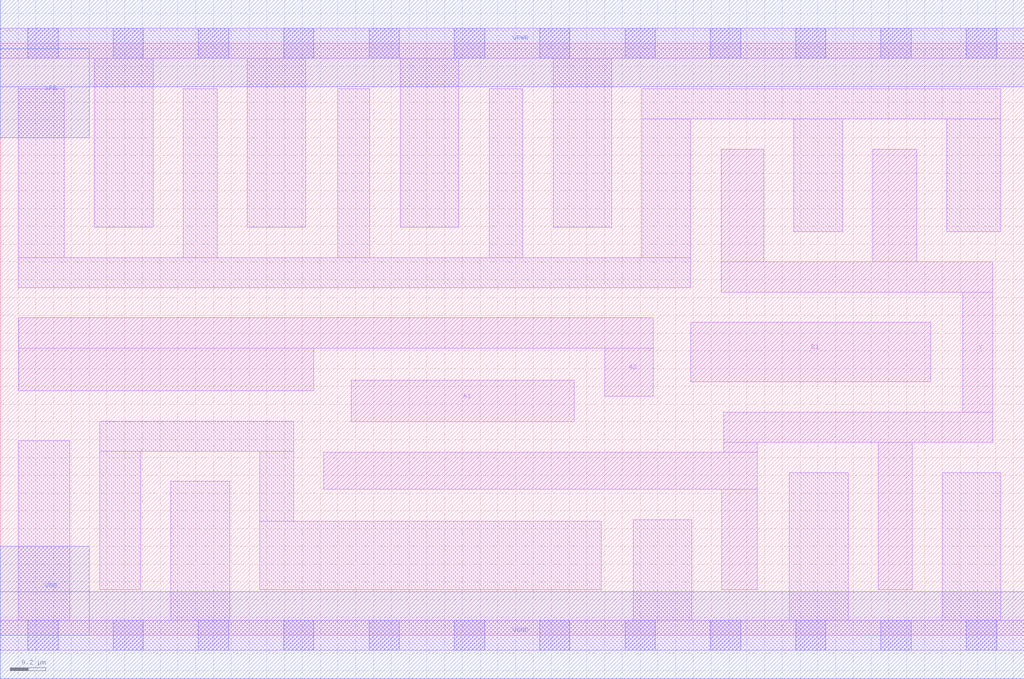
<source format=lef>
# Copyright 2020 The SkyWater PDK Authors
#
# Licensed under the Apache License, Version 2.0 (the "License");
# you may not use this file except in compliance with the License.
# You may obtain a copy of the License at
#
#     https://www.apache.org/licenses/LICENSE-2.0
#
# Unless required by applicable law or agreed to in writing, software
# distributed under the License is distributed on an "AS IS" BASIS,
# WITHOUT WARRANTIES OR CONDITIONS OF ANY KIND, either express or implied.
# See the License for the specific language governing permissions and
# limitations under the License.
#
# SPDX-License-Identifier: Apache-2.0

VERSION 5.5 ;
NAMESCASESENSITIVE ON ;
BUSBITCHARS "[]" ;
DIVIDERCHAR "/" ;
MACRO sky130_fd_sc_lp__a21oi_4
  CLASS CORE ;
  SOURCE USER ;
  ORIGIN  0.000000  0.000000 ;
  SIZE  5.760000 BY  3.330000 ;
  SYMMETRY X Y R90 ;
  SITE unit ;
  PIN A1
    ANTENNAGATEAREA  1.260000 ;
    DIRECTION INPUT ;
    USE SIGNAL ;
    PORT
      LAYER li1 ;
        RECT 1.975000 1.200000 3.230000 1.435000 ;
    END
  END A1
  PIN A2
    ANTENNAGATEAREA  1.260000 ;
    DIRECTION INPUT ;
    USE SIGNAL ;
    PORT
      LAYER li1 ;
        RECT 0.105000 1.375000 1.765000 1.615000 ;
        RECT 0.105000 1.615000 3.675000 1.785000 ;
        RECT 3.400000 1.345000 3.675000 1.615000 ;
    END
  END A2
  PIN B1
    ANTENNAGATEAREA  1.260000 ;
    DIRECTION INPUT ;
    USE SIGNAL ;
    PORT
      LAYER li1 ;
        RECT 3.885000 1.425000 5.235000 1.760000 ;
    END
  END B1
  PIN Y
    ANTENNADIFFAREA  1.646400 ;
    DIRECTION OUTPUT ;
    USE SIGNAL ;
    PORT
      LAYER li1 ;
        RECT 1.820000 0.820000 4.260000 1.030000 ;
        RECT 4.055000 1.930000 5.585000 2.100000 ;
        RECT 4.055000 2.100000 4.295000 2.735000 ;
        RECT 4.060000 0.255000 4.260000 0.820000 ;
        RECT 4.070000 1.030000 4.260000 1.085000 ;
        RECT 4.070000 1.085000 5.585000 1.255000 ;
        RECT 4.910000 2.100000 5.155000 2.735000 ;
        RECT 4.940000 0.255000 5.130000 1.085000 ;
        RECT 5.415000 1.255000 5.585000 1.930000 ;
    END
  END Y
  PIN VGND
    DIRECTION INOUT ;
    USE GROUND ;
    PORT
      LAYER met1 ;
        RECT 0.000000 -0.245000 5.760000 0.245000 ;
    END
  END VGND
  PIN VNB
    DIRECTION INOUT ;
    USE GROUND ;
    PORT
    END
  END VNB
  PIN VPB
    DIRECTION INOUT ;
    USE POWER ;
    PORT
    END
  END VPB
  PIN VNB
    DIRECTION INOUT ;
    USE GROUND ;
    PORT
      LAYER met1 ;
        RECT 0.000000 0.000000 0.500000 0.500000 ;
    END
  END VNB
  PIN VPB
    DIRECTION INOUT ;
    USE POWER ;
    PORT
      LAYER met1 ;
        RECT 0.000000 2.800000 0.500000 3.300000 ;
    END
  END VPB
  PIN VPWR
    DIRECTION INOUT ;
    USE POWER ;
    PORT
      LAYER met1 ;
        RECT 0.000000 3.085000 5.760000 3.575000 ;
    END
  END VPWR
  OBS
    LAYER li1 ;
      RECT 0.000000 -0.085000 5.760000 0.085000 ;
      RECT 0.000000  3.245000 5.760000 3.415000 ;
      RECT 0.100000  0.085000 0.390000 1.095000 ;
      RECT 0.100000  1.955000 3.885000 2.125000 ;
      RECT 0.100000  2.125000 0.360000 3.075000 ;
      RECT 0.530000  2.295000 0.860000 3.245000 ;
      RECT 0.560000  0.255000 0.790000 1.035000 ;
      RECT 0.560000  1.035000 1.650000 1.205000 ;
      RECT 0.960000  0.085000 1.290000 0.865000 ;
      RECT 1.030000  2.125000 1.220000 3.075000 ;
      RECT 1.390000  2.295000 1.720000 3.245000 ;
      RECT 1.460000  0.255000 3.380000 0.640000 ;
      RECT 1.460000  0.640000 1.650000 1.035000 ;
      RECT 1.900000  2.125000 2.080000 3.075000 ;
      RECT 2.250000  2.295000 2.580000 3.245000 ;
      RECT 2.750000  2.125000 2.940000 3.075000 ;
      RECT 3.110000  2.295000 3.440000 3.245000 ;
      RECT 3.560000  0.085000 3.890000 0.650000 ;
      RECT 3.610000  2.125000 3.885000 2.905000 ;
      RECT 3.610000  2.905000 5.630000 3.075000 ;
      RECT 4.440000  0.085000 4.770000 0.915000 ;
      RECT 4.465000  2.270000 4.740000 2.905000 ;
      RECT 5.300000  0.085000 5.630000 0.915000 ;
      RECT 5.325000  2.270000 5.630000 2.905000 ;
    LAYER mcon ;
      RECT 0.155000 -0.085000 0.325000 0.085000 ;
      RECT 0.155000  3.245000 0.325000 3.415000 ;
      RECT 0.635000 -0.085000 0.805000 0.085000 ;
      RECT 0.635000  3.245000 0.805000 3.415000 ;
      RECT 1.115000 -0.085000 1.285000 0.085000 ;
      RECT 1.115000  3.245000 1.285000 3.415000 ;
      RECT 1.595000 -0.085000 1.765000 0.085000 ;
      RECT 1.595000  3.245000 1.765000 3.415000 ;
      RECT 2.075000 -0.085000 2.245000 0.085000 ;
      RECT 2.075000  3.245000 2.245000 3.415000 ;
      RECT 2.555000 -0.085000 2.725000 0.085000 ;
      RECT 2.555000  3.245000 2.725000 3.415000 ;
      RECT 3.035000 -0.085000 3.205000 0.085000 ;
      RECT 3.035000  3.245000 3.205000 3.415000 ;
      RECT 3.515000 -0.085000 3.685000 0.085000 ;
      RECT 3.515000  3.245000 3.685000 3.415000 ;
      RECT 3.995000 -0.085000 4.165000 0.085000 ;
      RECT 3.995000  3.245000 4.165000 3.415000 ;
      RECT 4.475000 -0.085000 4.645000 0.085000 ;
      RECT 4.475000  3.245000 4.645000 3.415000 ;
      RECT 4.955000 -0.085000 5.125000 0.085000 ;
      RECT 4.955000  3.245000 5.125000 3.415000 ;
      RECT 5.435000 -0.085000 5.605000 0.085000 ;
      RECT 5.435000  3.245000 5.605000 3.415000 ;
  END
END sky130_fd_sc_lp__a21oi_4
END LIBRARY

</source>
